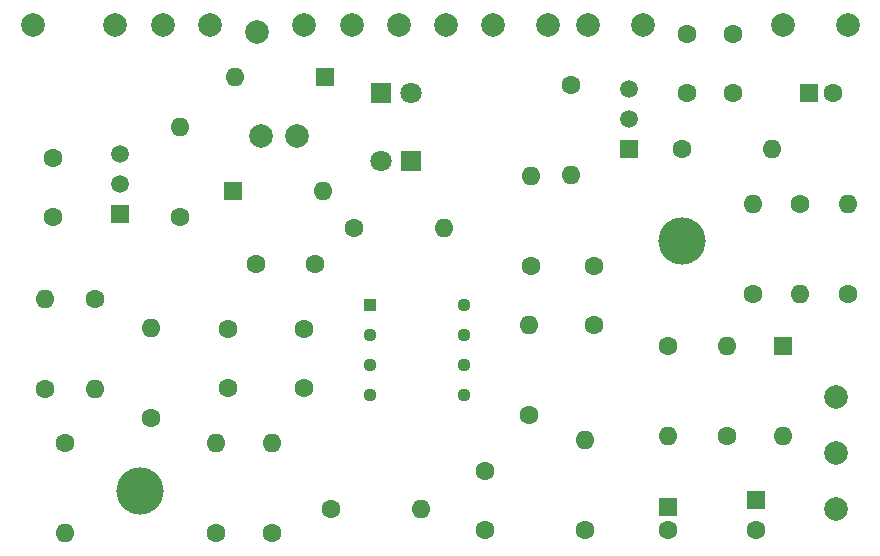
<source format=gbs>
G04 #@! TF.GenerationSoftware,KiCad,Pcbnew,(6.0.4)*
G04 #@! TF.CreationDate,2023-03-15T02:05:12+00:00*
G04 #@! TF.ProjectId,ts_808,74735f38-3038-42e6-9b69-6361645f7063,rev?*
G04 #@! TF.SameCoordinates,Original*
G04 #@! TF.FileFunction,Soldermask,Bot*
G04 #@! TF.FilePolarity,Negative*
%FSLAX46Y46*%
G04 Gerber Fmt 4.6, Leading zero omitted, Abs format (unit mm)*
G04 Created by KiCad (PCBNEW (6.0.4)) date 2023-03-15 02:05:12*
%MOMM*%
%LPD*%
G01*
G04 APERTURE LIST*
%ADD10C,2.000000*%
%ADD11O,1.600000X1.600000*%
%ADD12C,1.600000*%
%ADD13R,1.600000X1.600000*%
%ADD14R,1.500000X1.500000*%
%ADD15C,1.500000*%
%ADD16C,4.000000*%
%ADD17C,1.800000*%
%ADD18R,1.800000X1.800000*%
%ADD19R,1.130000X1.130000*%
%ADD20C,1.130000*%
G04 APERTURE END LIST*
D10*
X213000000Y-115000000D03*
D11*
X146000000Y-106690000D03*
D12*
X146000000Y-114310000D03*
X198750000Y-126294888D03*
D13*
X198750000Y-124294888D03*
D11*
X147750000Y-126560000D03*
D12*
X147750000Y-118940000D03*
X168900000Y-103800000D03*
X163900000Y-103800000D03*
D10*
X145000000Y-83500000D03*
D11*
X187000000Y-108940000D03*
D12*
X187000000Y-116560000D03*
D10*
X172000000Y-83500000D03*
D11*
X150250000Y-114310000D03*
D12*
X150250000Y-106690000D03*
X161500000Y-114250000D03*
X161500000Y-109250000D03*
D13*
X208500000Y-110690000D03*
D11*
X208500000Y-118310000D03*
X157500000Y-92190000D03*
D12*
X157500000Y-99810000D03*
D10*
X156000000Y-83500000D03*
D12*
X168000000Y-109250000D03*
X168000000Y-114250000D03*
D10*
X176000000Y-83500000D03*
X168000000Y-83500000D03*
D11*
X206000000Y-98690000D03*
D12*
X206000000Y-106310000D03*
D10*
X152000000Y-83500000D03*
D11*
X162090000Y-87950000D03*
D13*
X169710000Y-87950000D03*
X206250000Y-123750000D03*
D12*
X206250000Y-126250000D03*
X160500000Y-126560000D03*
D11*
X160500000Y-118940000D03*
D10*
X188600000Y-83500000D03*
D14*
X152360000Y-99500000D03*
D15*
X152360000Y-96960000D03*
X152360000Y-94420000D03*
D11*
X165250000Y-118940000D03*
D12*
X165250000Y-126560000D03*
D11*
X191750000Y-118690000D03*
D12*
X191750000Y-126310000D03*
X212750000Y-89250000D03*
D13*
X210750000Y-89250000D03*
D11*
X214000000Y-98690000D03*
D12*
X214000000Y-106310000D03*
D16*
X200000000Y-101800000D03*
D11*
X210000000Y-106310000D03*
D12*
X210000000Y-98690000D03*
X204250000Y-89250000D03*
X204250000Y-84250000D03*
D11*
X179810000Y-100750000D03*
D12*
X172190000Y-100750000D03*
D11*
X207560000Y-94000000D03*
D12*
X199940000Y-94000000D03*
X192500000Y-103900000D03*
X192500000Y-108900000D03*
D11*
X203750000Y-110690000D03*
D12*
X203750000Y-118310000D03*
D10*
X164010000Y-84090000D03*
X160000000Y-83500000D03*
X180000000Y-83500000D03*
D12*
X200358280Y-89250000D03*
X200358280Y-84250000D03*
D10*
X192000000Y-83500000D03*
X214000000Y-83500000D03*
X184000000Y-83500000D03*
D17*
X177040000Y-89250000D03*
D18*
X174500000Y-89250000D03*
D10*
X164310000Y-92900000D03*
D12*
X190600000Y-88590000D03*
D11*
X190600000Y-96210000D03*
D10*
X196700000Y-83500000D03*
D16*
X154100000Y-123000000D03*
D11*
X155000000Y-109190000D03*
D12*
X155000000Y-116810000D03*
D11*
X169610000Y-97600000D03*
D13*
X161990000Y-97600000D03*
D11*
X177870000Y-124500000D03*
D12*
X170250000Y-124500000D03*
X198750000Y-110690000D03*
D11*
X198750000Y-118310000D03*
D10*
X167400000Y-92900000D03*
D12*
X146750000Y-99750000D03*
X146750000Y-94750000D03*
D11*
X187200000Y-96290000D03*
D12*
X187200000Y-103910000D03*
D19*
X173530000Y-107190000D03*
D20*
X173530000Y-109730000D03*
X173530000Y-112270000D03*
X173530000Y-114810000D03*
X181470000Y-114810000D03*
X181470000Y-112270000D03*
X181470000Y-109730000D03*
X181470000Y-107190000D03*
D10*
X213000000Y-119750000D03*
D12*
X183250000Y-121250000D03*
X183250000Y-126250000D03*
D10*
X213000000Y-124500000D03*
D17*
X174510000Y-95000000D03*
D18*
X177050000Y-95000000D03*
D14*
X195500000Y-94040000D03*
D15*
X195500000Y-91500000D03*
X195500000Y-88960000D03*
D10*
X208500000Y-83500000D03*
M02*

</source>
